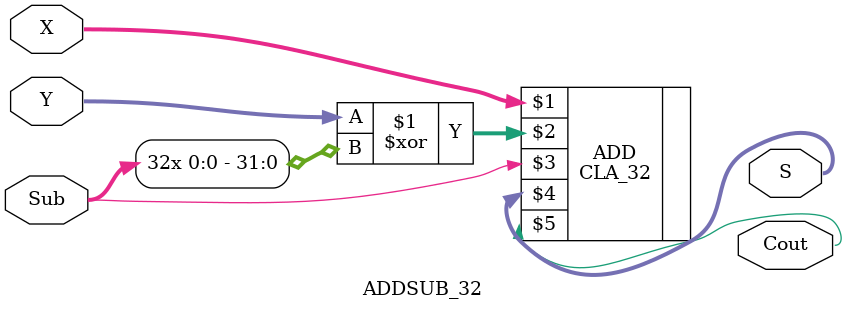
<source format=v>
`timescale 1ns / 1ps


module ADDSUB_32(X,Y,Sub,S,Cout);
input [31:0]X,Y;
input Sub;
output [31:0]S;
output Cout;
CLA_32 ADD(X,Y^{32{Sub}},Sub,S,Cout);
endmodule

</source>
